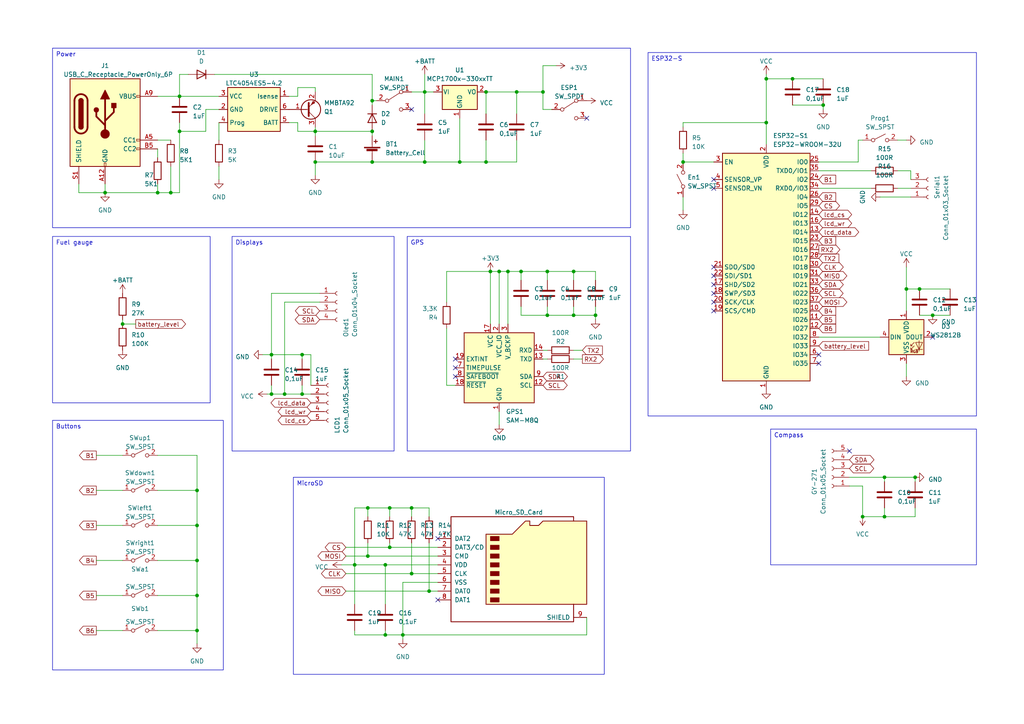
<source format=kicad_sch>
(kicad_sch (version 20230121) (generator eeschema)
  (paper "A4")
  (title_block (title "Esp32_gps_compass") (date "2023-06-05") (rev "v0.1") (company "Davide Barchetta"))
  (lib_symbols
    (symbol "Connector:Conn_01x03_Socket" (pin_names (offset 1.016) hide)
      (property "Reference" "J" (at 0 5.08 0))
      (property "Value" "Conn_01x03_Socket" (at 0 -5.08 0))
      (symbol "Conn_01x03_Socket_1_1"
        (pin passive line (at -5.08 2.54 0) (length 3.81) (name "Pin_1") (number "1"))
        (pin passive line (at -5.08 0 0) (length 3.81) (name "Pin_2") (number "2"))
        (pin passive line (at -5.08 -2.54 0) (length 3.81) (name "Pin_3") (number "3"))
      )
    )
    (symbol "Connector:Conn_01x04_Socket" (pin_names (offset 1.016) hide)
      (property "Reference" "J" (at 0 5.08 0))
      (property "Value" "Conn_01x04_Socket" (at 0 -7.62 0))
      (symbol "Conn_01x04_Socket_1_1"
        (pin passive line (at -5.08 2.54 0) (length 3.81) (name "Pin_1") (number "1"))
        (pin passive line (at -5.08 0 0) (length 3.81) (name "Pin_2") (number "2"))
        (pin passive line (at -5.08 -2.54 0) (length 3.81) (name "Pin_3") (number "3"))
        (pin passive line (at -5.08 -5.08 0) (length 3.81) (name "Pin_4") (number "4"))
      )
    )
    (symbol "Connector:Conn_01x05_Socket" (pin_names (offset 1.016) hide)
      (property "Reference" "J" (at 0 7.62 0))
      (property "Value" "Conn_01x05_Socket" (at 0 -7.62 0))
      (symbol "Conn_01x05_Socket_1_1"
        (pin passive line (at -5.08 5.08 0) (length 3.81) (name "Pin_1") (number "1"))
        (pin passive line (at -5.08 2.54 0) (length 3.81) (name "Pin_2") (number "2"))
        (pin passive line (at -5.08 0 0) (length 3.81) (name "Pin_3") (number "3"))
        (pin passive line (at -5.08 -2.54 0) (length 3.81) (name "Pin_4") (number "4"))
        (pin passive line (at -5.08 -5.08 0) (length 3.81) (name "Pin_5") (number "5"))
      )
    )
    (symbol "Connector:Micro_SD_Card" (pin_names (offset 1.016))
      (property "Reference" "J" (at -16.51 15.24 0))
      (property "Value" "Micro_SD_Card" (at 16.51 15.24 0))
      (symbol "Micro_SD_Card_1_1"
        (pin bidirectional line (at -22.86 7.62 0) (length 3.81) (name "DAT2") (number "1"))
        (pin bidirectional line (at -22.86 5.08 0) (length 3.81) (name "DAT3/CD") (number "2"))
        (pin input line (at -22.86 2.54 0) (length 3.81) (name "CMD") (number "3"))
        (pin power_in line (at -22.86 0 0) (length 3.81) (name "VDD") (number "4"))
        (pin input line (at -22.86 -2.54 0) (length 3.81) (name "CLK") (number "5"))
        (pin power_in line (at -22.86 -5.08 0) (length 3.81) (name "VSS") (number "6"))
        (pin bidirectional line (at -22.86 -7.62 0) (length 3.81) (name "DAT0") (number "7"))
        (pin bidirectional line (at -22.86 -10.16 0) (length 3.81) (name "DAT1") (number "8"))
        (pin passive line (at 20.32 -15.24 180) (length 3.81) (name "SHIELD") (number "9"))
      )
    )
    (symbol "Connector:USB_C_Receptacle_PowerOnly_6P" (pin_names (offset 1.016))
      (property "Reference" "J" (at 0 16.51 0))
      (property "Value" "USB_C_Receptacle_PowerOnly_6P" (at 0 13.97 0))
      (symbol "USB_C_Receptacle_PowerOnly_6P_1_1"
        (pin passive line (at 0 -17.78 90) (length 5.08) (name "GND") (number "A12"))
        (pin bidirectional line (at 15.24 -5.08 180) (length 5.08) (name "CC1") (number "A5"))
        (pin passive line (at 15.24 7.62 180) (length 5.08) (name "VBUS") (number "A9"))
        (pin passive line (at 0 -17.78 90) (length 5.08) hide (name "GND") (number "B12"))
        (pin bidirectional line (at 15.24 -7.62 180) (length 5.08) (name "CC2") (number "B5"))
        (pin passive line (at 15.24 7.62 180) (length 5.08) hide (name "VBUS") (number "B9"))
        (pin passive line (at -7.62 -17.78 90) (length 5.08) (name "SHIELD") (number "S1"))
      )
    )
    (symbol "Device:Battery_Cell" (pin_numbers hide) (pin_names (offset 0) hide)
      (property "Reference" "BT" (at 2.54 2.54 0))
      (property "Value" "Battery_Cell" (at 2.54 0 0))
      (symbol "Battery_Cell_1_1"
        (pin passive line (at 0 5.08 270) (length 2.54) (name "+") (number "1"))
        (pin passive line (at 0 -2.54 90) (length 2.54) (name "-") (number "2"))
      )
    )
    (symbol "Device:C" (pin_numbers hide) (pin_names (offset 0.254))
      (property "Reference" "C" (at 0.635 2.54 0))
      (property "Value" "C" (at 0.635 -2.54 0))
      (symbol "C_1_1"
        (pin passive line (at 0 3.81 270) (length 2.794) (name "~") (number "1"))
        (pin passive line (at 0 -3.81 90) (length 2.794) (name "~") (number "2"))
      )
    )
    (symbol "Device:D" (pin_numbers hide) (pin_names (offset 1.016) hide)
      (property "Reference" "D" (at 0 2.54 0))
      (property "Value" "D" (at 0 -2.54 0))
      (symbol "D_1_1"
        (pin passive line (at -3.81 0 0) (length 2.54) (name "K") (number "1"))
        (pin passive line (at 3.81 0 180) (length 2.54) (name "A") (number "2"))
      )
    )
    (symbol "Device:R" (pin_numbers hide) (pin_names (offset 0))
      (property "Reference" "R" (at 2.032 0 90))
      (property "Value" "R" (at 0 0 90))
      (symbol "R_1_1"
        (pin passive line (at 0 3.81 270) (length 1.27) (name "~") (number "1"))
        (pin passive line (at 0 -3.81 90) (length 1.27) (name "~") (number "2"))
      )
    )
    (symbol "LED:WS2812B" (pin_names (offset 0.254))
      (property "Reference" "D" (at 5.08 5.715 0))
      (property "Value" "WS2812B" (at 1.27 -5.715 0))
      (symbol "WS2812B_0_0"
        (text "RGB" (at 2.286 -4.191 0) (effects (font (size 0.762 0.762))))
      )
      (symbol "WS2812B_1_1"
        (pin power_in line (at 0 7.62 270) (length 2.54) (name "VDD") (number "1"))
        (pin output line (at 7.62 0 180) (length 2.54) (name "DOUT") (number "2"))
        (pin power_in line (at 0 -7.62 90) (length 2.54) (name "VSS") (number "3"))
        (pin input line (at -7.62 0 0) (length 2.54) (name "DIN") (number "4"))
      )
    )
    (symbol "RF_GPS:SAM-M8Q"
      (property "Reference" "U" (at -8.89 11.43 0))
      (property "Value" "SAM-M8Q" (at 8.89 11.43 0))
      (symbol "SAM-M8Q_1_1"
        (pin power_in line (at 0 -12.7 90) (length 2.54) (name "GND") (number "1"))
        (pin passive line (at 0 -12.7 90) (length 2.54) hide (name "GND") (number "10"))
        (pin passive line (at 0 -12.7 90) (length 2.54) hide (name "GND") (number "11"))
        (pin input line (at 12.7 -5.08 180) (length 2.54) (name "SCL") (number "12"))
        (pin output line (at 12.7 2.54 180) (length 2.54) (name "TXD") (number "13"))
        (pin input line (at 12.7 5.08 180) (length 2.54) (name "RXD") (number "14"))
        (pin passive line (at 0 -12.7 90) (length 2.54) hide (name "GND") (number "15"))
        (pin passive line (at 0 -12.7 90) (length 2.54) hide (name "GND") (number "16"))
        (pin power_in line (at -2.54 12.7 270) (length 2.54) (name "VCC") (number "17"))
        (pin input line (at -12.7 -5.08 0) (length 2.54) (name "~{RESET}") (number "18"))
        (pin input line (at -12.7 2.54 0) (length 2.54) (name "EXTINT") (number "19"))
        (pin power_in line (at 0 12.7 270) (length 2.54) (name "VCC_IO") (number "2"))
        (pin passive line (at 0 -12.7 90) (length 2.54) hide (name "GND") (number "20"))
        (pin power_in line (at 2.54 12.7 270) (length 2.54) (name "V_BCKP") (number "3"))
        (pin passive line (at 0 -12.7 90) (length 2.54) hide (name "GND") (number "4"))
        (pin passive line (at 0 -12.7 90) (length 2.54) hide (name "GND") (number "5"))
        (pin passive line (at 0 -12.7 90) (length 2.54) hide (name "GND") (number "6"))
        (pin output line (at -12.7 0 0) (length 2.54) (name "TIMEPULSE") (number "7"))
        (pin input line (at -12.7 -2.54 0) (length 2.54) (name "~{SAFEBOOT}") (number "8"))
        (pin bidirectional line (at 12.7 -2.54 180) (length 2.54) (name "SDA") (number "9"))
      )
    )
    (symbol "RF_Module:ESP32-WROOM-32U"
      (property "Reference" "U" (at -12.7 34.29 0))
      (property "Value" "ESP32-WROOM-32U" (at 1.27 34.29 0))
      (symbol "ESP32-WROOM-32U_1_1"
        (pin power_in line (at 0 -35.56 90) (length 2.54) (name "GND") (number "1"))
        (pin bidirectional line (at 15.24 -12.7 180) (length 2.54) (name "IO25") (number "10"))
        (pin bidirectional line (at 15.24 -15.24 180) (length 2.54) (name "IO26") (number "11"))
        (pin bidirectional line (at 15.24 -17.78 180) (length 2.54) (name "IO27") (number "12"))
        (pin bidirectional line (at 15.24 10.16 180) (length 2.54) (name "IO14") (number "13"))
        (pin bidirectional line (at 15.24 15.24 180) (length 2.54) (name "IO12") (number "14"))
        (pin passive line (at 0 -35.56 90) (length 2.54) hide (name "GND") (number "15"))
        (pin bidirectional line (at 15.24 12.7 180) (length 2.54) (name "IO13") (number "16"))
        (pin bidirectional line (at -15.24 -5.08 0) (length 2.54) (name "SHD/SD2") (number "17"))
        (pin bidirectional line (at -15.24 -7.62 0) (length 2.54) (name "SWP/SD3") (number "18"))
        (pin bidirectional line (at -15.24 -12.7 0) (length 2.54) (name "SCS/CMD") (number "19"))
        (pin power_in line (at 0 35.56 270) (length 2.54) (name "VDD") (number "2"))
        (pin bidirectional line (at -15.24 -10.16 0) (length 2.54) (name "SCK/CLK") (number "20"))
        (pin bidirectional line (at -15.24 0 0) (length 2.54) (name "SDO/SD0") (number "21"))
        (pin bidirectional line (at -15.24 -2.54 0) (length 2.54) (name "SDI/SD1") (number "22"))
        (pin bidirectional line (at 15.24 7.62 180) (length 2.54) (name "IO15") (number "23"))
        (pin bidirectional line (at 15.24 25.4 180) (length 2.54) (name "IO2") (number "24"))
        (pin bidirectional line (at 15.24 30.48 180) (length 2.54) (name "IO0") (number "25"))
        (pin bidirectional line (at 15.24 20.32 180) (length 2.54) (name "IO4") (number "26"))
        (pin bidirectional line (at 15.24 5.08 180) (length 2.54) (name "IO16") (number "27"))
        (pin bidirectional line (at 15.24 2.54 180) (length 2.54) (name "IO17") (number "28"))
        (pin bidirectional line (at 15.24 17.78 180) (length 2.54) (name "IO5") (number "29"))
        (pin input line (at -15.24 30.48 0) (length 2.54) (name "EN") (number "3"))
        (pin bidirectional line (at 15.24 0 180) (length 2.54) (name "IO18") (number "30"))
        (pin bidirectional line (at 15.24 -2.54 180) (length 2.54) (name "IO19") (number "31"))
        (pin no_connect line (at -12.7 -27.94 0) (length 2.54) hide (name "NC") (number "32"))
        (pin bidirectional line (at 15.24 -5.08 180) (length 2.54) (name "IO21") (number "33"))
        (pin bidirectional line (at 15.24 22.86 180) (length 2.54) (name "RXD0/IO3") (number "34"))
        (pin bidirectional line (at 15.24 27.94 180) (length 2.54) (name "TXD0/IO1") (number "35"))
        (pin bidirectional line (at 15.24 -7.62 180) (length 2.54) (name "IO22") (number "36"))
        (pin bidirectional line (at 15.24 -10.16 180) (length 2.54) (name "IO23") (number "37"))
        (pin passive line (at 0 -35.56 90) (length 2.54) hide (name "GND") (number "38"))
        (pin passive line (at 0 -35.56 90) (length 2.54) hide (name "GND") (number "39"))
        (pin input line (at -15.24 25.4 0) (length 2.54) (name "SENSOR_VP") (number "4"))
        (pin input line (at -15.24 22.86 0) (length 2.54) (name "SENSOR_VN") (number "5"))
        (pin input line (at 15.24 -25.4 180) (length 2.54) (name "IO34") (number "6"))
        (pin input line (at 15.24 -27.94 180) (length 2.54) (name "IO35") (number "7"))
        (pin bidirectional line (at 15.24 -20.32 180) (length 2.54) (name "IO32") (number "8"))
        (pin bidirectional line (at 15.24 -22.86 180) (length 2.54) (name "IO33") (number "9"))
      )
    )
    (symbol "Regulator_Linear:MCP1700x-330xxTT" (pin_names (offset 0.254))
      (property "Reference" "U" (at -3.81 3.175 0))
      (property "Value" "MCP1700x-330xxTT" (at 0 3.175 0))
      (symbol "MCP1700x-330xxTT_1_1"
        (pin power_in line (at 0 -7.62 90) (length 2.54) (name "GND") (number "1"))
        (pin power_out line (at 7.62 0 180) (length 2.54) (name "VO") (number "2"))
        (pin power_in line (at -7.62 0 0) (length 2.54) (name "VI") (number "3"))
      )
    )
    (symbol "Switch:SW_SPDT" (pin_names (offset 0) hide)
      (property "Reference" "SW" (at 0 4.318 0))
      (property "Value" "SW_SPDT" (at 0 -5.08 0))
      (symbol "SW_SPDT_1_1"
        (pin passive line (at 5.08 2.54 180) (length 2.54) (name "A") (number "1"))
        (pin passive line (at -5.08 0 0) (length 2.54) (name "B") (number "2"))
        (pin passive line (at 5.08 -2.54 180) (length 2.54) (name "C") (number "3"))
      )
    )
    (symbol "Switch:SW_SPST" (pin_names (offset 0) hide)
      (property "Reference" "SW" (at 0 3.175 0))
      (property "Value" "SW_SPST" (at 0 -2.54 0))
      (symbol "SW_SPST_1_1"
        (pin passive line (at -5.08 0 0) (length 2.54) (name "A") (number "1"))
        (pin passive line (at 5.08 0 180) (length 2.54) (name "B") (number "2"))
      )
    )
    (symbol "Transistor_BJT:MMBTA92" (pin_names (offset 0) hide)
      (property "Reference" "Q" (at 5.08 1.905 0))
      (property "Value" "MMBTA92" (at 5.08 0 0))
      (symbol "MMBTA92_1_1"
        (pin input line (at -5.08 0 0) (length 5.08) (name "B") (number "1"))
        (pin passive line (at 2.54 -5.08 90) (length 2.54) (name "E") (number "2"))
        (pin passive line (at 2.54 5.08 270) (length 2.54) (name "C") (number "3"))
      )
    )
    (symbol "mia_libreria:LTC1734ES6-4.2"
      (property "Reference" "U" (at -5.842 6.604 0))
      (property "Value" "LTC4054ES5-4.2" (at -3.81 6.35 0))
      (symbol "LTC1734ES6-4.2_1_1"
        (pin output line (at 10.16 2.54 180) (length 2.54) (name "Isense") (number "1"))
        (pin power_in line (at -10.16 -1.27 0) (length 2.54) (name "GND") (number "2"))
        (pin power_in line (at -10.16 2.54 0) (length 2.54) (name "VCC") (number "3"))
        (pin bidirectional line (at -10.16 -5.08 0) (length 2.54) (name "Prog") (number "4"))
        (pin power_out line (at 10.16 -5.08 180) (length 2.54) (name "BATT") (number "5"))
        (pin output line (at 10.16 -1.27 180) (length 2.54) (name "DRIVE") (number "6"))
      )
    )
    (symbol "power:+3V3" (power) (pin_names (offset 0))
      (property "Value" "+3V3" (at 0 3.556 0))
      (symbol "+3V3_1_1"
        (pin power_in line (at 0 0 90) (length 0) hide (name "+3V3") (number "1"))
      )
    )
    (symbol "power:+BATT" (power) (pin_names (offset 0))
      (property "Value" "+BATT" (at 0 3.556 0))
      (symbol "+BATT_1_1"
        (pin power_in line (at 0 0 90) (length 0) hide (name "+BATT") (number "1"))
      )
    )
    (symbol "power:GND" (power) (pin_names (offset 0))
      (property "Value" "GND" (at 0 -3.81 0))
      (symbol "GND_1_1"
        (pin power_in line (at 0 0 270) (length 0) hide (name "GND") (number "1"))
      )
    )
    (symbol "power:VCC" (power) (pin_names (offset 0))
      (property "Value" "VCC" (at 0 3.81 0))
      (symbol "VCC_1_1"
        (pin power_in line (at 0 0 90) (length 0) hide (name "VCC") (number "1"))
      )
    )
  )
  (junction (at 57.15 162.56))
  (junction (at 57.15 152.4))
  (junction (at 265.43 138.43))
  (junction (at 116.84 184.15))
  (junction (at 262.89 83.82))
  (junction (at 113.03 158.75))
  (junction (at 107.95 46.99))
  (junction (at 151.13 78.74))
  (junction (at 266.7 83.82))
  (junction (at 140.97 26.67))
  (junction (at 78.74 102.87))
  (junction (at 172.72 91.44))
  (junction (at 158.75 78.74))
  (junction (at 123.19 46.99))
  (junction (at 158.75 91.44))
  (junction (at 222.25 35.56))
  (junction (at 57.15 182.88))
  (junction (at 57.15 142.24))
  (junction (at 270.51 91.44))
  (junction (at 107.95 29.21))
  (junction (at 106.68 161.29))
  (junction (at 111.76 184.15))
  (junction (at 91.44 46.99))
  (junction (at 133.35 46.99))
  (junction (at 91.44 38.1))
  (junction (at 147.32 78.74))
  (junction (at 140.97 46.99))
  (junction (at 149.86 26.67))
  (junction (at 250.19 149.86))
  (junction (at 113.03 147.32))
  (junction (at 144.78 78.74))
  (junction (at 49.53 55.88))
  (junction (at 35.56 93.98))
  (junction (at 157.48 26.67))
  (junction (at 52.07 38.1))
  (junction (at 107.95 38.1))
  (junction (at 124.46 171.45))
  (junction (at 78.74 114.3))
  (junction (at 119.38 166.37))
  (junction (at 198.12 46.99))
  (junction (at 238.76 30.48))
  (junction (at 57.15 172.72))
  (junction (at 30.48 55.88))
  (junction (at 111.76 163.83))
  (junction (at 166.37 91.44))
  (junction (at 87.63 114.3))
  (junction (at 229.87 22.86))
  (junction (at 52.07 27.94))
  (junction (at 102.87 163.83))
  (junction (at 142.24 78.74))
  (junction (at 87.63 102.87))
  (junction (at 166.37 78.74))
  (junction (at 106.68 147.32))
  (junction (at 45.72 55.88))
  (junction (at 119.38 147.32))
  (junction (at 82.55 114.3))
  (junction (at 256.54 149.86))
  (junction (at 123.19 26.67))
  (junction (at 256.54 138.43))
  (junction (at 222.25 22.86))
  (no_connect (at 207.01 52.07))
  (no_connect (at 127 173.99))
  (no_connect (at 207.01 82.55))
  (no_connect (at 132.08 106.68))
  (no_connect (at 132.08 109.22))
  (no_connect (at 132.08 104.14))
  (no_connect (at 207.01 77.47))
  (no_connect (at 237.49 102.87))
  (no_connect (at 237.49 105.41))
  (no_connect (at 270.51 97.79))
  (no_connect (at 207.01 87.63))
  (no_connect (at 170.18 34.29))
  (no_connect (at 207.01 54.61))
  (no_connect (at 246.38 130.81))
  (no_connect (at 207.01 80.01))
  (no_connect (at 207.01 90.17))
  (no_connect (at 207.01 85.09))
  (no_connect (at 119.38 31.75))
  (no_connect (at 127 156.21))
  (wire (pts (xy 270.51 91.44) (xy 275.59 91.44)))
  (wire (pts (xy 27.94 152.4) (xy 35.56 152.4)))
  (wire (pts (xy 140.97 26.67) (xy 149.86 26.67)))
  (wire (pts (xy 198.12 57.15) (xy 198.12 60.96)))
  (wire (pts (xy 198.12 35.56) (xy 222.25 35.56)))
  (wire (pts (xy 63.5 31.75) (xy 59.69 31.75)))
  (wire (pts (xy 144.78 78.74) (xy 144.78 93.98)))
  (wire (pts (xy 142.24 78.74) (xy 142.24 93.98)))
  (wire (pts (xy 262.89 77.47) (xy 262.89 83.82)))
  (wire (pts (xy 133.35 34.29) (xy 133.35 46.99)))
  (wire (pts (xy 129.54 87.63) (xy 129.54 78.74)))
  (wire (pts (xy 140.97 40.64) (xy 140.97 46.99)))
  (wire (pts (xy 166.37 88.9) (xy 166.37 91.44)))
  (wire (pts (xy 237.49 54.61) (xy 252.73 54.61)))
  (wire (pts (xy 91.44 46.99) (xy 91.44 50.8)))
  (wire (pts (xy 107.95 46.99) (xy 123.19 46.99)))
  (wire (pts (xy 27.94 162.56) (xy 35.56 162.56)))
  (wire (pts (xy 111.76 184.15) (xy 116.84 184.15)))
  (wire (pts (xy 99.06 163.83) (xy 102.87 163.83)))
  (wire (pts (xy 198.12 35.56) (xy 198.12 36.83)))
  (wire (pts (xy 87.63 114.3) (xy 90.17 114.3)))
  (wire (pts (xy 107.95 39.37) (xy 107.95 38.1)))
  (wire (pts (xy 106.68 161.29) (xy 127 161.29)))
  (wire (pts (xy 57.15 172.72) (xy 57.15 182.88)))
  (wire (pts (xy 119.38 157.48) (xy 119.38 166.37)))
  (wire (pts (xy 172.72 88.9) (xy 172.72 91.44)))
  (wire (pts (xy 27.94 132.08) (xy 35.56 132.08)))
  (wire (pts (xy 91.44 46.99) (xy 107.95 46.99)))
  (wire (pts (xy 123.19 26.67) (xy 123.19 33.02)))
  (wire (pts (xy 237.49 97.79) (xy 255.27 97.79)))
  (wire (pts (xy 140.97 46.99) (xy 149.86 46.99)))
  (wire (pts (xy 87.63 111.76) (xy 87.63 114.3)))
  (wire (pts (xy 52.07 21.59) (xy 52.07 27.94)))
  (wire (pts (xy 265.43 138.43) (xy 265.43 139.7)))
  (wire (pts (xy 124.46 149.86) (xy 124.46 147.32)))
  (wire (pts (xy 147.32 93.98) (xy 147.32 78.74)))
  (wire (pts (xy 123.19 40.64) (xy 123.19 46.99)))
  (wire (pts (xy 262.89 83.82) (xy 266.7 83.82)))
  (wire (pts (xy 222.25 22.86) (xy 222.25 35.56)))
  (wire (pts (xy 62.23 21.59) (xy 107.95 21.59)))
  (wire (pts (xy 172.72 91.44) (xy 172.72 92.71)))
  (wire (pts (xy 102.87 147.32) (xy 102.87 163.83)))
  (wire (pts (xy 124.46 147.32) (xy 119.38 147.32)))
  (wire (pts (xy 100.33 171.45) (xy 124.46 171.45)))
  (wire (pts (xy 86.36 38.1) (xy 91.44 38.1)))
  (wire (pts (xy 246.38 140.97) (xy 250.19 140.97)))
  (wire (pts (xy 129.54 111.76) (xy 129.54 95.25)))
  (wire (pts (xy 158.75 81.28) (xy 158.75 78.74)))
  (wire (pts (xy 248.92 40.64) (xy 248.92 46.99)))
  (wire (pts (xy 151.13 78.74) (xy 147.32 78.74)))
  (wire (pts (xy 147.32 78.74) (xy 144.78 78.74)))
  (wire (pts (xy 22.86 53.34) (xy 22.86 55.88)))
  (wire (pts (xy 149.86 26.67) (xy 149.86 33.02)))
  (wire (pts (xy 198.12 46.99) (xy 207.01 46.99)))
  (wire (pts (xy 149.86 40.64) (xy 149.86 46.99)))
  (wire (pts (xy 57.15 152.4) (xy 57.15 162.56)))
  (wire (pts (xy 250.19 140.97) (xy 250.19 149.86)))
  (wire (pts (xy 170.18 184.15) (xy 116.84 184.15)))
  (wire (pts (xy 158.75 78.74) (xy 151.13 78.74)))
  (wire (pts (xy 266.7 91.44) (xy 270.51 91.44)))
  (wire (pts (xy 45.72 132.08) (xy 57.15 132.08)))
  (wire (pts (xy 27.94 182.88) (xy 35.56 182.88)))
  (wire (pts (xy 78.74 104.14) (xy 78.74 102.87)))
  (wire (pts (xy 78.74 102.87) (xy 87.63 102.87)))
  (wire (pts (xy 27.94 172.72) (xy 35.56 172.72)))
  (wire (pts (xy 57.15 162.56) (xy 57.15 172.72)))
  (wire (pts (xy 102.87 163.83) (xy 102.87 175.26)))
  (wire (pts (xy 102.87 184.15) (xy 111.76 184.15)))
  (wire (pts (xy 102.87 163.83) (xy 111.76 163.83)))
  (wire (pts (xy 260.35 49.53) (xy 264.16 49.53)))
  (wire (pts (xy 52.07 38.1) (xy 52.07 55.88)))
  (wire (pts (xy 133.35 46.99) (xy 140.97 46.99)))
  (wire (pts (xy 100.33 158.75) (xy 113.03 158.75)))
  (wire (pts (xy 129.54 78.74) (xy 142.24 78.74)))
  (wire (pts (xy 45.72 162.56) (xy 57.15 162.56)))
  (wire (pts (xy 158.75 104.14) (xy 157.48 104.14)))
  (wire (pts (xy 45.72 182.88) (xy 57.15 182.88)))
  (wire (pts (xy 116.84 185.42) (xy 116.84 184.15)))
  (wire (pts (xy 151.13 91.44) (xy 158.75 91.44)))
  (wire (pts (xy 57.15 132.08) (xy 57.15 142.24)))
  (wire (pts (xy 166.37 78.74) (xy 158.75 78.74)))
  (wire (pts (xy 100.33 166.37) (xy 119.38 166.37)))
  (wire (pts (xy 83.82 35.56) (xy 86.36 35.56)))
  (wire (pts (xy 127 168.91) (xy 116.84 168.91)))
  (wire (pts (xy 86.36 35.56) (xy 86.36 38.1)))
  (wire (pts (xy 78.74 85.09) (xy 78.74 102.87)))
  (wire (pts (xy 260.35 54.61) (xy 264.16 54.61)))
  (wire (pts (xy 91.44 38.1) (xy 107.95 38.1)))
  (wire (pts (xy 45.72 53.34) (xy 45.72 55.88)))
  (wire (pts (xy 168.91 101.6) (xy 166.37 101.6)))
  (wire (pts (xy 172.72 81.28) (xy 172.72 78.74)))
  (wire (pts (xy 27.94 142.24) (xy 35.56 142.24)))
  (wire (pts (xy 102.87 182.88) (xy 102.87 184.15)))
  (wire (pts (xy 78.74 114.3) (xy 82.55 114.3)))
  (wire (pts (xy 76.2 102.87) (xy 78.74 102.87)))
  (wire (pts (xy 140.97 26.67) (xy 140.97 33.02)))
  (wire (pts (xy 111.76 163.83) (xy 111.76 175.26)))
  (wire (pts (xy 86.36 25.4) (xy 91.44 25.4)))
  (wire (pts (xy 160.02 31.75) (xy 157.48 31.75)))
  (wire (pts (xy 106.68 149.86) (xy 106.68 147.32)))
  (wire (pts (xy 266.7 83.82) (xy 275.59 83.82)))
  (wire (pts (xy 158.75 91.44) (xy 166.37 91.44)))
  (wire (pts (xy 82.55 114.3) (xy 87.63 114.3)))
  (wire (pts (xy 262.89 105.41) (xy 262.89 109.22)))
  (wire (pts (xy 45.72 172.72) (xy 57.15 172.72)))
  (wire (pts (xy 113.03 147.32) (xy 106.68 147.32)))
  (wire (pts (xy 256.54 147.32) (xy 256.54 149.86)))
  (wire (pts (xy 172.72 78.74) (xy 166.37 78.74)))
  (wire (pts (xy 119.38 26.67) (xy 123.19 26.67)))
  (wire (pts (xy 52.07 27.94) (xy 63.5 27.94)))
  (wire (pts (xy 113.03 149.86) (xy 113.03 147.32)))
  (wire (pts (xy 116.84 168.91) (xy 116.84 184.15)))
  (wire (pts (xy 91.44 39.37) (xy 91.44 38.1)))
  (wire (pts (xy 59.69 31.75) (xy 59.69 38.1)))
  (wire (pts (xy 86.36 27.94) (xy 86.36 25.4)))
  (wire (pts (xy 264.16 57.15) (xy 255.27 57.15)))
  (wire (pts (xy 45.72 152.4) (xy 57.15 152.4)))
  (wire (pts (xy 45.72 142.24) (xy 57.15 142.24)))
  (wire (pts (xy 63.5 48.26) (xy 63.5 52.07)))
  (wire (pts (xy 35.56 93.98) (xy 39.37 93.98)))
  (wire (pts (xy 82.55 87.63) (xy 82.55 114.3)))
  (wire (pts (xy 151.13 88.9) (xy 151.13 91.44)))
  (wire (pts (xy 168.91 104.14) (xy 166.37 104.14)))
  (wire (pts (xy 144.78 123.19) (xy 144.78 119.38)))
  (wire (pts (xy 91.44 25.4) (xy 91.44 26.67)))
  (wire (pts (xy 124.46 157.48) (xy 124.46 171.45)))
  (wire (pts (xy 107.95 29.21) (xy 107.95 30.48)))
  (wire (pts (xy 78.74 111.76) (xy 78.74 114.3)))
  (wire (pts (xy 238.76 31.75) (xy 238.76 30.48)))
  (wire (pts (xy 222.25 21.59) (xy 222.25 22.86)))
  (wire (pts (xy 113.03 157.48) (xy 113.03 158.75)))
  (wire (pts (xy 124.46 171.45) (xy 127 171.45)))
  (wire (pts (xy 35.56 92.71) (xy 35.56 93.98)))
  (wire (pts (xy 158.75 88.9) (xy 158.75 91.44)))
  (wire (pts (xy 87.63 102.87) (xy 90.17 102.87)))
  (wire (pts (xy 57.15 142.24) (xy 57.15 152.4)))
  (wire (pts (xy 248.92 46.99) (xy 237.49 46.99)))
  (wire (pts (xy 52.07 38.1) (xy 52.07 35.56)))
  (wire (pts (xy 170.18 179.07) (xy 170.18 184.15)))
  (wire (pts (xy 123.19 46.99) (xy 133.35 46.99)))
  (wire (pts (xy 49.53 48.26) (xy 49.53 55.88)))
  (wire (pts (xy 248.92 40.64) (xy 250.19 40.64)))
  (wire (pts (xy 87.63 104.14) (xy 87.63 102.87)))
  (wire (pts (xy 119.38 147.32) (xy 113.03 147.32)))
  (wire (pts (xy 106.68 147.32) (xy 102.87 147.32)))
  (wire (pts (xy 256.54 149.86) (xy 265.43 149.86)))
  (wire (pts (xy 166.37 91.44) (xy 172.72 91.44)))
  (wire (pts (xy 100.33 161.29) (xy 106.68 161.29)))
  (wire (pts (xy 256.54 138.43) (xy 256.54 139.7)))
  (wire (pts (xy 111.76 182.88) (xy 111.76 184.15)))
  (wire (pts (xy 262.89 83.82) (xy 262.89 90.17)))
  (wire (pts (xy 123.19 26.67) (xy 125.73 26.67)))
  (wire (pts (xy 157.48 26.67) (xy 149.86 26.67)))
  (wire (pts (xy 45.72 55.88) (xy 30.48 55.88)))
  (wire (pts (xy 113.03 158.75) (xy 127 158.75)))
  (wire (pts (xy 77.47 114.3) (xy 78.74 114.3)))
  (wire (pts (xy 166.37 81.28) (xy 166.37 78.74)))
  (wire (pts (xy 45.72 40.64) (xy 49.53 40.64)))
  (wire (pts (xy 222.25 22.86) (xy 229.87 22.86)))
  (wire (pts (xy 144.78 78.74) (xy 142.24 78.74)))
  (wire (pts (xy 229.87 30.48) (xy 238.76 30.48)))
  (wire (pts (xy 83.82 27.94) (xy 86.36 27.94)))
  (wire (pts (xy 57.15 182.88) (xy 57.15 186.69)))
  (wire (pts (xy 237.49 49.53) (xy 252.73 49.53)))
  (wire (pts (xy 158.75 101.6) (xy 157.48 101.6)))
  (wire (pts (xy 260.35 40.64) (xy 262.89 40.64)))
  (wire (pts (xy 198.12 44.45) (xy 198.12 46.99)))
  (wire (pts (xy 132.08 111.76) (xy 129.54 111.76)))
  (wire (pts (xy 161.29 19.05) (xy 157.48 19.05)))
  (wire (pts (xy 246.38 138.43) (xy 256.54 138.43)))
  (wire (pts (xy 92.71 87.63) (xy 82.55 87.63)))
  (wire (pts (xy 49.53 55.88) (xy 45.72 55.88)))
  (wire (pts (xy 22.86 55.88) (xy 30.48 55.88)))
  (wire (pts (xy 119.38 149.86) (xy 119.38 147.32)))
  (wire (pts (xy 111.76 163.83) (xy 127 163.83)))
  (wire (pts (xy 54.61 21.59) (xy 52.07 21.59)))
  (wire (pts (xy 151.13 81.28) (xy 151.13 78.74)))
  (wire (pts (xy 52.07 55.88) (xy 49.53 55.88)))
  (wire (pts (xy 157.48 31.75) (xy 157.48 26.67)))
  (wire (pts (xy 63.5 35.56) (xy 63.5 40.64)))
  (wire (pts (xy 91.44 38.1) (xy 91.44 36.83)))
  (wire (pts (xy 119.38 166.37) (xy 127 166.37)))
  (wire (pts (xy 92.71 85.09) (xy 78.74 85.09)))
  (wire (pts (xy 59.69 38.1) (xy 52.07 38.1)))
  (wire (pts (xy 229.87 22.86) (xy 238.76 22.86)))
  (wire (pts (xy 30.48 53.34) (xy 30.48 55.88)))
  (wire (pts (xy 106.68 157.48) (xy 106.68 161.29)))
  (wire (pts (xy 256.54 138.43) (xy 265.43 138.43)))
  (wire (pts (xy 157.48 19.05) (xy 157.48 26.67)))
  (wire (pts (xy 222.25 35.56) (xy 222.25 41.91)))
  (wire (pts (xy 264.16 49.53) (xy 264.16 52.07)))
  (wire (pts (xy 265.43 149.86) (xy 265.43 147.32)))
  (wire (pts (xy 90.17 102.87) (xy 90.17 111.76)))
  (wire (pts (xy 123.19 21.59) (xy 123.19 26.67)))
  (wire (pts (xy 250.19 149.86) (xy 256.54 149.86)))
  (wire (pts (xy 45.72 43.18) (xy 45.72 45.72)))
  (wire (pts (xy 45.72 27.94) (xy 52.07 27.94)))
  (wire (pts (xy 109.22 29.21) (xy 107.95 29.21)))
  (wire (pts (xy 107.95 21.59) (xy 107.95 29.21)))
  (text_box "Displays" (at 67.31 68.58 0) (size 46.99 62.23) (effects (font (size 1.27 1.27)) (justify left top)))
  (text_box "Power" (at 15.24 13.97 0) (size 167.64 52.07) (effects (font (size 1.27 1.27)) (justify left top)))
  (text_box "ESP32-S" (at 187.96 15.24 0) (size 95.25 105.41) (effects (font (size 1.27 1.27)) (justify left top)))
  (text_box "GPS" (at 118.11 68.58 0) (size 64.77 62.23) (effects (font (size 1.27 1.27)) (justify left top)))
  (text_box "Fuel gauge" (at 15.24 68.58 0) (size 45.72 48.26) (effects (font (size 1.27 1.27)) (justify left top)))
  (text_box "Compass" (at 223.52 124.46 0) (size 59.69 39.37) (effects (font (size 1.27 1.27)) (justify left top)))
  (text_box "MicroSD" (at 85.09 138.43 0) (size 90.17 57.15) (effects (font (size 1.27 1.27)) (justify left top)))
  (text_box "Buttons" (at 15.24 121.92 0) (size 49.53 72.39) (effects (font (size 1.27 1.27)) (justify left top)))
  (global_label "MOSI" (shape bidirectional) (at 237.49 87.63 0) (property "Intersheetrefs" "${INTERSHEET_REFS}" (effects hide)))
  (global_label "SCL" (shape bidirectional) (at 92.71 90.17 180) (property "Intersheetrefs" "${INTERSHEET_REFS}" (effects hide)))
  (global_label "lcd_data" (shape bidirectional) (at 90.17 116.84 180) (property "Intersheetrefs" "${INTERSHEET_REFS}" (effects hide)))
  (global_label "B4" (shape output) (at 27.94 162.56 180) (property "Intersheetrefs" "${INTERSHEET_REFS}" (effects hide)))
  (global_label "lcd_wr" (shape bidirectional) (at 237.49 64.77 0) (property "Intersheetrefs" "${INTERSHEET_REFS}" (effects hide)))
  (global_label "SDA" (shape bidirectional) (at 246.38 133.35 0) (property "Intersheetrefs" "${INTERSHEET_REFS}" (effects hide)))
  (global_label "B3" (shape input) (at 237.49 69.85 0) (property "Intersheetrefs" "${INTERSHEET_REFS}" (effects hide)))
  (global_label "B2" (shape input) (at 237.49 57.15 0) (property "Intersheetrefs" "${INTERSHEET_REFS}" (effects hide)))
  (global_label "B3" (shape output) (at 27.94 152.4 180) (property "Intersheetrefs" "${INTERSHEET_REFS}" (effects hide)))
  (global_label "lcd_cs" (shape bidirectional) (at 90.17 121.92 180) (property "Intersheetrefs" "${INTERSHEET_REFS}" (effects hide)))
  (global_label "RX2" (shape output) (at 237.49 72.39 0) (property "Intersheetrefs" "${INTERSHEET_REFS}" (effects hide)))
  (global_label "TX2" (shape input) (at 168.91 101.6 0) (property "Intersheetrefs" "${INTERSHEET_REFS}" (effects hide)))
  (global_label "lcd_cs" (shape bidirectional) (at 237.49 62.23 0) (property "Intersheetrefs" "${INTERSHEET_REFS}" (effects hide)))
  (global_label "B5" (shape input) (at 237.49 92.71 0) (property "Intersheetrefs" "${INTERSHEET_REFS}" (effects hide)))
  (global_label "battery_level" (shape output) (at 39.37 93.98 0) (property "Intersheetrefs" "${INTERSHEET_REFS}" (effects hide)))
  (global_label "MOSI" (shape bidirectional) (at 100.33 161.29 180) (property "Intersheetrefs" "${INTERSHEET_REFS}" (effects hide)))
  (global_label "CS" (shape bidirectional) (at 237.49 59.69 0) (property "Intersheetrefs" "${INTERSHEET_REFS}" (effects hide)))
  (global_label "B1" (shape input) (at 237.49 52.07 0) (property "Intersheetrefs" "${INTERSHEET_REFS}" (effects hide)))
  (global_label "B2" (shape output) (at 27.94 142.24 180) (property "Intersheetrefs" "${INTERSHEET_REFS}" (effects hide)))
  (global_label "RX2" (shape output) (at 168.91 104.14 0) (property "Intersheetrefs" "${INTERSHEET_REFS}" (effects hide)))
  (global_label "MISO" (shape bidirectional) (at 237.49 80.01 0) (property "Intersheetrefs" "${INTERSHEET_REFS}" (effects hide)))
  (global_label "battery_level" (shape input) (at 237.49 100.33 0) (property "Intersheetrefs" "${INTERSHEET_REFS}" (effects hide)))
  (global_label "SDA" (shape bidirectional) (at 157.48 109.22 0) (property "Intersheetrefs" "${INTERSHEET_REFS}" (effects hide)))
  (global_label "SCL" (shape bidirectional) (at 246.38 135.89 0) (property "Intersheetrefs" "${INTERSHEET_REFS}" (effects hide)))
  (global_label "CLK" (shape bidirectional) (at 237.49 77.47 0) (property "Intersheetrefs" "${INTERSHEET_REFS}" (effects hide)))
  (global_label "lcd_wr" (shape bidirectional) (at 90.17 119.38 180) (property "Intersheetrefs" "${INTERSHEET_REFS}" (effects hide)))
  (global_label "B1" (shape output) (at 27.94 132.08 180) (property "Intersheetrefs" "${INTERSHEET_REFS}" (effects hide)))
  (global_label "SDA" (shape bidirectional) (at 92.71 92.71 180) (property "Intersheetrefs" "${INTERSHEET_REFS}" (effects hide)))
  (global_label "lcd_data" (shape bidirectional) (at 237.49 67.31 0) (property "Intersheetrefs" "${INTERSHEET_REFS}" (effects hide)))
  (global_label "SDA" (shape bidirectional) (at 237.49 82.55 0) (property "Intersheetrefs" "${INTERSHEET_REFS}" (effects hide)))
  (global_label "MISO" (shape bidirectional) (at 100.33 171.45 180) (property "Intersheetrefs" "${INTERSHEET_REFS}" (effects hide)))
  (global_label "CS" (shape bidirectional) (at 100.33 158.75 180) (property "Intersheetrefs" "${INTERSHEET_REFS}" (effects hide)))
  (global_label "B6" (shape input) (at 237.49 95.25 0) (property "Intersheetrefs" "${INTERSHEET_REFS}" (effects hide)))
  (global_label "SCL" (shape bidirectional) (at 237.49 85.09 0) (property "Intersheetrefs" "${INTERSHEET_REFS}" (effects hide)))
  (global_label "SCL" (shape bidirectional) (at 157.48 111.76 0) (property "Intersheetrefs" "${INTERSHEET_REFS}" (effects hide)))
  (global_label "B6" (shape output) (at 27.94 182.88 180) (property "Intersheetrefs" "${INTERSHEET_REFS}" (effects hide)))
  (global_label "B4" (shape input) (at 237.49 90.17 0) (property "Intersheetrefs" "${INTERSHEET_REFS}" (effects hide)))
  (global_label "TX2" (shape input) (at 237.49 74.93 0) (property "Intersheetrefs" "${INTERSHEET_REFS}" (effects hide)))
  (global_label "B5" (shape output) (at 27.94 172.72 180) (property "Intersheetrefs" "${INTERSHEET_REFS}" (effects hide)))
  (global_label "CLK" (shape bidirectional) (at 100.33 166.37 180) (property "Intersheetrefs" "${INTERSHEET_REFS}" (effects hide)))
  (symbol (lib_id "Device:R") (at 45.72 49.53 0) (unit 1)
    (property "Reference" "R7" (at 41.91 50.8 0) (effects (justify left)))
    (property "Value" "5K1" (at 41.91 53.34 0) (effects (justify left)))
    (property "Footprint" "Resistor_SMD:R_0603_1608Metric_Pad0.98x0.95mm_HandSolder" (effects hide))
  )
  (symbol (lib_id "Device:C") (at 265.43 143.51 0) (unit 1)
    (property "Reference" "C11" (at 269.24 142.875 0) (effects (justify left)))
    (property "Value" "1uF" (at 269.24 145.415 0) (effects (justify left)))
    (property "Footprint" "Capacitor_SMD:C_0603_1608Metric_Pad1.08x0.95mm_HandSolder" (effects hide))
  )
  (symbol (lib_id "Switch:SW_SPST") (at 40.64 172.72 0) (unit 1)
    (property "Reference" "SWa1" (at 40.64 165.1 0))
    (property "Value" "SW_SPST" (at 40.64 170.18 0))
    (property "Footprint" "Button_Switch_SMD:SW_Push_1P1T_NO_6x6mm_H9.5mm" (effects hide))
  )
  (symbol (lib_id "Device:R") (at 106.68 153.67 0) (unit 1)
    (property "Reference" "R11" (at 109.22 152.4 0) (effects (justify left)))
    (property "Value" "10K" (at 109.22 154.94 0) (effects (justify left)))
    (property "Footprint" "Resistor_SMD:R_0603_1608Metric_Pad0.98x0.95mm_HandSolder" (effects hide))
  )
  (symbol (lib_id "Device:C") (at 123.19 36.83 0) (unit 1)
    (property "Reference" "C5" (at 127 35.56 0) (effects (justify left)))
    (property "Value" "1uF" (at 127 38.1 0) (effects (justify left)))
    (property "Footprint" "Capacitor_SMD:C_0603_1608Metric_Pad1.08x0.95mm_HandSolder" (effects hide))
  )
  (symbol (lib_id "power:GND") (at 262.89 40.64 90) (unit 1)
    (property "Reference" "#PWR03" (effects hide))
    (property "Value" "GND" (at 266.7 41.275 90) (effects (justify right)))
  )
  (symbol (lib_id "Switch:SW_SPST") (at 40.64 162.56 0) (unit 1)
    (property "Reference" "SWright1" (at 40.64 157.48 0))
    (property "Value" "SW_SPST" (at 40.64 160.02 0))
    (property "Footprint" "Button_Switch_SMD:SW_Push_1P1T_NO_6x6mm_H9.5mm" (effects hide))
  )
  (symbol (lib_id "Device:C") (at 87.63 107.95 0) (unit 1)
    (property "Reference" "C15" (at 91.44 107.315 0) (effects (justify left)))
    (property "Value" "1uF" (at 91.44 109.855 0) (effects (justify left)))
    (property "Footprint" "Capacitor_SMD:C_0603_1608Metric_Pad1.08x0.95mm_HandSolder" (effects hide))
  )
  (symbol (lib_id "Connector:USB_C_Receptacle_PowerOnly_6P") (at 30.48 35.56 0) (unit 1)
    (property "Reference" "J1" (at 30.48 19.05 0))
    (property "Value" "USB_C_Receptacle_PowerOnly_6P" (at 34.29 21.59 0))
    (property "Footprint" "Connector_USB:USB_C_Receptacle_GCT_USB4085" (effects hide))
    (property "Datasheet" "https://www.usb.org/sites/default/files/documents/usb_type-c.zip" (effects hide))
  )
  (symbol (lib_id "Transistor_BJT:MMBTA92") (at 88.9 31.75 0) (mirror x) (unit 1)
    (property "Reference" "Q1" (at 93.98 32.385 0) (effects (justify left)))
    (property "Value" "MMBTA92" (at 93.98 29.845 0) (effects (justify left)))
    (property "Footprint" "Package_TO_SOT_SMD:SOT-23" (effects hide))
    (property "Datasheet" "https://www.onsemi.com/pub/Collateral/MMBTA92LT1-D.PDF" (effects hide))
  )
  (symbol (lib_id "Device:R") (at 63.5 44.45 0) (unit 1)
    (property "Reference" "R3" (at 66.04 43.815 0) (effects (justify left)))
    (property "Value" "5K" (at 66.04 46.355 0) (effects (justify left)))
    (property "Footprint" "Resistor_SMD:R_0603_1608Metric_Pad0.98x0.95mm_HandSolder" (effects hide))
  )
  (symbol (lib_id "power:GND") (at 76.2 102.87 270) (unit 1)
    (property "Reference" "#PWR023" (effects hide))
    (property "Value" "GND" (at 72.39 103.505 90) (effects (justify right)))
  )
  (symbol (lib_id "mia_libreria:LTC1734ES6-4.2") (at 73.66 30.48 0) (unit 1)
    (property "Reference" "U3" (at 73.66 21.59 0))
    (property "Value" "LTC4054ES5-4.2" (at 73.66 24.13 0))
    (property "Footprint" "Package_TO_SOT_SMD:TSOT-23-6_HandSoldering" (effects hide))
    (property "Datasheet" "https://www.analog.com/media/en/technical-documentation/data-sheets/1734fa.pdf" (effects hide))
  )
  (symbol (lib_id "Device:C") (at 238.76 26.67 0) (unit 1)
    (property "Reference" "C18" (at 242.57 26.035 0) (effects (justify left)))
    (property "Value" "1uF" (at 242.57 28.575 0) (effects (justify left)))
    (property "Footprint" "Capacitor_SMD:C_0603_1608Metric_Pad1.08x0.95mm_HandSolder" (effects hide))
  )
  (symbol (lib_id "Device:C") (at 149.86 36.83 0) (unit 1)
    (property "Reference" "C7" (at 153.67 36.195 0) (effects (justify left)))
    (property "Value" "1uF" (at 153.67 38.735 0) (effects (justify left)))
    (property "Footprint" "Capacitor_SMD:C_0603_1608Metric_Pad1.08x0.95mm_HandSolder" (effects hide))
  )
  (symbol (lib_id "Device:C") (at 266.7 87.63 0) (unit 1)
    (property "Reference" "C12" (at 270.51 86.995 0) (effects (justify left)))
    (property "Value" "0,1uF" (at 270.51 89.535 0) (effects (justify left)))
    (property "Footprint" "Capacitor_SMD:C_0603_1608Metric_Pad1.08x0.95mm_HandSolder" (effects hide))
  )
  (symbol (lib_id "Device:R") (at 198.12 40.64 0) (unit 1)
    (property "Reference" "R5" (at 200.66 40.005 0) (effects (justify left)))
    (property "Value" "10K" (at 200.66 42.545 0) (effects (justify left)))
    (property "Footprint" "Resistor_SMD:R_0603_1608Metric_Pad0.98x0.95mm_HandSolder" (effects hide))
  )
  (symbol (lib_id "Switch:SW_SPST") (at 40.64 152.4 0) (unit 1)
    (property "Reference" "SWleft1" (at 40.64 147.32 0))
    (property "Value" "SW_SPST" (at 40.64 149.86 0))
    (property "Footprint" "Button_Switch_SMD:SW_Push_1P1T_NO_6x6mm_H9.5mm" (effects hide))
  )
  (symbol (lib_id "Switch:SW_SPST") (at 198.12 52.07 90) (unit 1)
    (property "Reference" "En1" (at 199.39 51.435 90) (effects (justify right)))
    (property "Value" "SW_SPST" (at 199.39 53.975 90) (effects (justify right)))
    (property "Footprint" "Button_Switch_SMD:SW_SPST_EVQPE1" (effects hide))
  )
  (symbol (lib_id "Device:C") (at 166.37 85.09 0) (unit 1)
    (property "Reference" "C8" (at 170.18 83.82 0) (effects (justify left)))
    (property "Value" "0,1uF" (at 170.18 86.36 0) (effects (justify left)))
    (property "Footprint" "Capacitor_SMD:C_0603_1608Metric_Pad1.08x0.95mm_HandSolder" (effects hide))
  )
  (symbol (lib_id "Connector:Conn_01x04_Socket") (at 97.79 87.63 0) (unit 1)
    (property "Reference" "Oled1" (at 100.33 97.79 90) (effects (justify left)))
    (property "Value" "Conn_01x04_Socket" (at 102.87 97.79 90) (effects (justify left)))
    (property "Footprint" "mia_libreria:Display_i2c_128x64" (effects hide))
  )
  (symbol (lib_id "Device:C") (at 229.87 26.67 0) (unit 1)
    (property "Reference" "C17" (at 233.68 26.035 0) (effects (justify left)))
    (property "Value" "0,1uF" (at 233.68 28.575 0) (effects (justify left)))
    (property "Footprint" "Capacitor_SMD:C_0603_1608Metric_Pad1.08x0.95mm_HandSolder" (effects hide))
  )
  (symbol (lib_id "Device:R") (at 129.54 91.44 180) (unit 1)
    (property "Reference" "R4" (at 127 92.075 0) (effects (justify left)))
    (property "Value" "3,3K" (at 127 89.535 0) (effects (justify left)))
    (property "Footprint" "Resistor_SMD:R_0603_1608Metric_Pad0.98x0.95mm_HandSolder" (effects hide))
  )
  (symbol (lib_id "Switch:SW_SPST") (at 40.64 182.88 0) (unit 1)
    (property "Reference" "SWb1" (at 40.64 176.53 0))
    (property "Value" "SW_SPST" (at 40.64 180.34 0))
    (property "Footprint" "Button_Switch_SMD:SW_Push_1P1T_NO_6x6mm_H9.5mm" (effects hide))
  )
  (symbol (lib_id "LED:WS2812B") (at 262.89 97.79 0) (unit 1)
    (property "Reference" "D3" (at 274.32 94.6659 0))
    (property "Value" "WS2812B" (at 274.32 97.2059 0))
    (property "Footprint" "LED_SMD:LED_WS2812B_PLCC4_5.0x5.0mm_P3.2mm" (effects hide))
    (property "Datasheet" "https://cdn-shop.adafruit.com/datasheets/WS2812B.pdf" (effects hide))
  )
  (symbol (lib_id "Switch:SW_SPDT") (at 165.1 31.75 0) (unit 1)
    (property "Reference" "ESP1" (at 165.1 25.4 0))
    (property "Value" "SW_SPDT" (at 165.1 27.94 0))
    (property "Footprint" "Button_Switch_SMD:SW_SPDT_PCM12" (effects hide))
  )
  (symbol (lib_id "power:GND") (at 144.78 123.19 0) (unit 1)
    (property "Reference" "#PWR016" (effects hide))
    (property "Value" "GND" (at 144.78 127 0))
  )
  (symbol (lib_id "Device:C") (at 102.87 179.07 0) (unit 1)
    (property "Reference" "C19" (at 106.68 177.8 0) (effects (justify left)))
    (property "Value" "1uF" (at 106.68 180.34 0) (effects (justify left)))
    (property "Footprint" "Capacitor_SMD:C_0603_1608Metric_Pad1.08x0.95mm_HandSolder" (effects hide))
  )
  (symbol (lib_id "power:GND") (at 172.72 92.71 0) (unit 1)
    (property "Reference" "#PWR015" (effects hide))
    (property "Value" "GND" (at 172.72 97.79 0))
  )
  (symbol (lib_id "power:GND") (at 116.84 185.42 0) (unit 1)
    (property "Reference" "#PWR011" (effects hide))
    (property "Value" "GND" (at 116.84 190.5 0))
  )
  (symbol (lib_id "Device:D") (at 58.42 21.59 180) (unit 1)
    (property "Reference" "D1" (at 58.42 15.24 0))
    (property "Value" "D" (at 58.42 17.78 0))
    (property "Footprint" "Diode_SMD:D_0603_1608Metric_Pad1.05x0.95mm_HandSolder" (effects hide))
    (property "Sim.Device" "D" (effects hide))
    (property "Sim.Pins" "1=K 2=A" (effects hide))
  )
  (symbol (lib_id "Regulator_Linear:MCP1700x-330xxTT") (at 133.35 26.67 0) (unit 1)
    (property "Reference" "U1" (at 133.35 20.32 0))
    (property "Value" "MCP1700x-330xxTT" (at 133.35 22.86 0))
    (property "Footprint" "Package_TO_SOT_SMD:SOT-23" (effects hide))
    (property "Datasheet" "http://ww1.microchip.com/downloads/en/DeviceDoc/20001826D.pdf" (effects hide))
  )
  (symbol (lib_id "power:VCC") (at 250.19 149.86 180) (unit 1)
    (property "Reference" "#PWR019" (effects hide))
    (property "Value" "VCC" (at 250.19 154.94 0))
  )
  (symbol (lib_id "power:GND") (at 262.89 109.22 0) (unit 1)
    (property "Reference" "#PWR024" (effects hide))
    (property "Value" "GND" (at 265.43 111.125 0) (effects (justify left)))
  )
  (symbol (lib_id "Device:C") (at 111.76 179.07 0) (unit 1)
    (property "Reference" "C16" (at 115.57 177.8 0) (effects (justify left)))
    (property "Value" "0,1uF" (at 115.57 180.34 0) (effects (justify left)))
    (property "Footprint" "Capacitor_SMD:C_0603_1608Metric_Pad1.08x0.95mm_HandSolder" (effects hide))
  )
  (symbol (lib_id "power:GND") (at 255.27 57.15 270) (unit 1)
    (property "Reference" "#PWR017" (effects hide))
    (property "Value" "GND" (at 250.19 57.15 0))
  )
  (symbol (lib_id "Connector:Conn_01x05_Socket") (at 241.3 135.89 180) (unit 1)
    (property "Reference" "GY-271" (at 236.22 139.7 90))
    (property "Value" "Conn_01x05_Socket" (at 238.76 139.7 90))
    (property "Footprint" "mia_libreria:GY-271" (effects hide))
  )
  (symbol (lib_id "power:GND") (at 63.5 52.07 0) (unit 1)
    (property "Reference" "#PWR06" (effects hide))
    (property "Value" "GND" (at 63.5 57.15 0))
  )
  (symbol (lib_id "Device:R") (at 119.38 153.67 0) (unit 1)
    (property "Reference" "R13" (at 121.92 152.4 0) (effects (justify left)))
    (property "Value" "47K" (at 121.92 154.94 0) (effects (justify left)))
    (property "Footprint" "Resistor_SMD:R_0603_1608Metric_Pad0.98x0.95mm_HandSolder" (effects hide))
  )
  (symbol (lib_id "Connector:Conn_01x03_Socket") (at 269.24 54.61 0) (mirror x) (unit 1)
    (property "Reference" "Serial1" (at 271.78 50.8 90) (effects (justify left)))
    (property "Value" "Conn_01x03_Socket" (at 274.32 50.8 90) (effects (justify left)))
    (property "Footprint" "Connector_PinSocket_2.54mm:PinSocket_1x03_P2.54mm_Vertical" (effects hide))
  )
  (symbol (lib_id "Device:C") (at 78.74 107.95 0) (unit 1)
    (property "Reference" "C14" (at 82.55 107.315 0) (effects (justify left)))
    (property "Value" "0,1uF" (at 82.55 109.855 0) (effects (justify left)))
    (property "Footprint" "Capacitor_SMD:C_0603_1608Metric_Pad1.08x0.95mm_HandSolder" (effects hide))
  )
  (symbol (lib_id "power:+BATT") (at 35.56 85.09 0) (unit 1)
    (property "Reference" "#PWR025" (effects hide))
    (property "Value" "+BATT" (at 35.56 81.28 0))
  )
  (symbol (lib_id "RF_Module:ESP32-WROOM-32U") (at 222.25 77.47 0) (unit 1)
    (property "Reference" "ESP32-S1" (at 224.2059 39.37 0) (effects (justify left)))
    (property "Value" "ESP32-WROOM-32U" (at 224.2059 41.91 0) (effects (justify left)))
    (property "Footprint" "mia_libreria:ESP32-WROOM-32U" (effects hide))
    (property "Datasheet" "https://www.espressif.com/sites/default/files/documentation/esp32-wroom-32d_esp32-wroom-32u_datasheet_en.pdf" (effects hide))
  )
  (symbol (lib_id "power:+3V3") (at 142.24 78.74 0) (unit 1)
    (property "Reference" "#PWR05" (effects hide))
    (property "Value" "+3V3" (at 142.24 74.93 0))
  )
  (symbol (lib_id "Device:R") (at 49.53 44.45 0) (unit 1)
    (property "Reference" "R8" (at 52.07 43.815 0) (effects (justify left)))
    (property "Value" "5K1" (at 52.07 46.355 0) (effects (justify left)))
    (property "Footprint" "Resistor_SMD:R_0603_1608Metric_Pad0.98x0.95mm_HandSolder" (effects hide))
  )
  (symbol (lib_id "Device:Battery_Cell") (at 107.95 44.45 0) (unit 1)
    (property "Reference" "BT1" (at 111.76 41.783 0) (effects (justify left)))
    (property "Value" "Battery_Cell" (at 111.76 44.323 0) (effects (justify left)))
    (property "Footprint" "Connector_Hirose:Hirose_DF13C_CL535-0402-2-51_1x02-1MP_P1.25mm_Vertical" (effects hide))
  )
  (symbol (lib_id "Device:R") (at 256.54 54.61 90) (unit 1)
    (property "Reference" "R16" (at 256.54 48.26 90))
    (property "Value" "100R" (at 256.54 50.8 90))
    (property "Footprint" "Resistor_SMD:R_0603_1608Metric_Pad0.98x0.95mm_HandSolder" (effects hide))
  )
  (symbol (lib_id "Device:C") (at 172.72 85.09 0) (unit 1)
    (property "Reference" "C9" (at 176.53 83.82 0) (effects (justify left)))
    (property "Value" "1uF" (at 176.53 86.36 0) (effects (justify left)))
    (property "Footprint" "Capacitor_SMD:C_0603_1608Metric_Pad1.08x0.95mm_HandSolder" (effects hide))
  )
  (symbol (lib_id "power:VCC") (at 170.18 29.21 270) (unit 1)
    (property "Reference" "#PWR08" (effects hide))
    (property "Value" "VCC" (at 173.99 29.845 90) (effects (justify left)))
  )
  (symbol (lib_id "power:VCC") (at 77.47 114.3 90) (unit 1)
    (property "Reference" "#PWR022" (effects hide))
    (property "Value" "VCC" (at 73.66 114.935 90) (effects (justify left)))
  )
  (symbol (lib_id "power:GND") (at 265.43 138.43 90) (unit 1)
    (property "Reference" "#PWR018" (effects hide))
    (property "Value" "GND" (at 269.24 139.065 90) (effects (justify right)))
  )
  (symbol (lib_id "Device:R") (at 162.56 101.6 270) (unit 1)
    (property "Reference" "R2" (at 162.56 99.06 90))
    (property "Value" "100R" (at 162.56 96.52 90))
    (property "Footprint" "Resistor_SMD:R_0603_1608Metric_Pad0.98x0.95mm_HandSolder" (effects hide))
  )
  (symbol (lib_id "Device:R") (at 113.03 153.67 0) (unit 1)
    (property "Reference" "R12" (at 115.57 152.4 0) (effects (justify left)))
    (property "Value" "47K" (at 115.57 154.94 0) (effects (justify left)))
    (property "Footprint" "Resistor_SMD:R_0603_1608Metric_Pad0.98x0.95mm_HandSolder" (effects hide))
  )
  (symbol (lib_id "power:GND") (at 270.51 91.44 0) (unit 1)
    (property "Reference" "#PWR021" (effects hide))
    (property "Value" "GND" (at 273.05 93.345 0) (effects (justify left)))
  )
  (symbol (lib_id "power:GND") (at 30.48 55.88 0) (unit 1)
    (property "Reference" "#PWR04" (effects hide))
    (property "Value" "GND" (at 30.48 60.96 0))
  )
  (symbol (lib_id "Device:C") (at 151.13 85.09 0) (unit 1)
    (property "Reference" "C3" (at 154.94 83.82 0) (effects (justify left)))
    (property "Value" "0,1uF" (at 154.94 86.36 0) (effects (justify left)))
    (property "Footprint" "Capacitor_SMD:C_0603_1608Metric_Pad1.08x0.95mm_HandSolder" (effects hide))
  )
  (symbol (lib_id "power:GND") (at 57.15 186.69 0) (unit 1)
    (property "Reference" "#PWR020" (effects hide))
    (property "Value" "GND" (at 57.15 191.77 0))
  )
  (symbol (lib_id "Device:R") (at 35.56 88.9 0) (unit 1)
    (property "Reference" "R9" (at 38.1 88.265 0) (effects (justify left)))
    (property "Value" "27K" (at 38.1 90.805 0) (effects (justify left)))
    (property "Footprint" "Resistor_SMD:R_0603_1608Metric_Pad0.98x0.95mm_HandSolder" (effects hide))
  )
  (symbol (lib_id "Device:C") (at 158.75 85.09 0) (unit 1)
    (property "Reference" "C4" (at 162.56 83.82 0) (effects (justify left)))
    (property "Value" "0,1uF" (at 162.56 86.36 0) (effects (justify left)))
    (property "Footprint" "Capacitor_SMD:C_0603_1608Metric_Pad1.08x0.95mm_HandSolder" (effects hide))
  )
  (symbol (lib_id "power:+3V3") (at 161.29 19.05 270) (unit 1)
    (property "Reference" "#PWR014" (effects hide))
    (property "Value" "+3V3" (at 165.1 19.685 90) (effects (justify left)))
  )
  (symbol (lib_id "power:VCC") (at 222.25 21.59 0) (unit 1)
    (property "Reference" "#PWR09" (effects hide))
    (property "Value" "VCC" (at 222.25 17.78 0))
  )
  (symbol (lib_id "Switch:SW_SPST") (at 40.64 132.08 0) (unit 1)
    (property "Reference" "SWup1" (at 40.64 127 0))
    (property "Value" "SW_SPST" (at 40.64 129.54 0))
    (property "Footprint" "Button_Switch_SMD:SW_Push_1P1T_NO_6x6mm_H9.5mm" (effects hide))
  )
  (symbol (lib_id "power:+BATT") (at 123.19 21.59 0) (unit 1)
    (property "Reference" "#PWR07" (effects hide))
    (property "Value" "+BATT" (at 123.19 17.78 0))
  )
  (symbol (lib_id "Switch:SW_SPDT") (at 114.3 29.21 0) (unit 1)
    (property "Reference" "MAIN1" (at 114.3 22.86 0))
    (property "Value" "SW_SPDT" (at 114.3 25.4 0))
    (property "Footprint" "Button_Switch_SMD:SW_SPDT_PCM12" (effects hide))
  )
  (symbol (lib_id "Switch:SW_SPST") (at 40.64 142.24 0) (unit 1)
    (property "Reference" "SWdown1" (at 40.64 137.16 0))
    (property "Value" "SW_SPST" (at 40.64 139.7 0))
    (property "Footprint" "Button_Switch_SMD:SW_Push_1P1T_NO_6x6mm_H9.5mm" (effects hide))
  )
  (symbol (lib_id "Device:C") (at 140.97 36.83 0) (unit 1)
    (property "Reference" "C6" (at 144.78 36.195 0) (effects (justify left)))
    (property "Value" "0,1uF" (at 144.78 38.735 0) (effects (justify left)))
    (property "Footprint" "Capacitor_SMD:C_0603_1608Metric_Pad1.08x0.95mm_HandSolder" (effects hide))
  )
  (symbol (lib_id "power:VCC") (at 99.06 163.83 90) (unit 1)
    (property "Reference" "#PWR010" (effects hide))
    (property "Value" "VCC" (at 95.25 164.465 90) (effects (justify left)))
  )
  (symbol (lib_id "Connector:Micro_SD_Card") (at 149.86 163.83 0) (unit 1)
    (property "Reference" "microsd1" (effects hide))
    (property "Value" "Micro_SD_Card" (at 150.495 148.59 0))
    (property "Footprint" "Connector_Card:microSD_HC_Hirose_DM3D-SF" (effects hide))
    (property "Datasheet" "http://katalog.we-online.de/em/datasheet/693072010801.pdf" (effects hide))
  )
  (symbol (lib_id "power:VCC") (at 262.89 77.47 0) (unit 1)
    (property "Reference" "#PWR012" (effects hide))
    (property "Value" "VCC" (at 262.89 73.66 0))
  )
  (symbol (lib_id "Device:R") (at 124.46 153.67 0) (unit 1)
    (property "Reference" "R14" (at 127 152.4 0) (effects (justify left)))
    (property "Value" "47K" (at 127 154.94 0) (effects (justify left)))
    (property "Footprint" "Resistor_SMD:R_0603_1608Metric_Pad0.98x0.95mm_HandSolder" (effects hide))
  )
  (symbol (lib_id "Device:R") (at 35.56 97.79 0) (unit 1)
    (property "Reference" "R10" (at 38.1 97.155 0) (effects (justify left)))
    (property "Value" "100K" (at 38.1 99.695 0) (effects (justify left)))
    (property "Footprint" "Resistor_SMD:R_0603_1608Metric_Pad0.98x0.95mm_HandSolder" (effects hide))
  )
  (symbol (lib_id "power:GND") (at 222.25 113.03 0) (unit 1)
    (property "Reference" "#PWR01" (effects hide))
    (property "Value" "GND" (at 222.25 118.11 0))
  )
  (symbol (lib_id "Device:C") (at 52.07 31.75 0) (unit 1)
    (property "Reference" "C2" (at 55.88 31.115 0) (effects (justify left)))
    (property "Value" "1uF" (at 55.88 33.655 0) (effects (justify left)))
    (property "Footprint" "Capacitor_SMD:C_0603_1608Metric_Pad1.08x0.95mm_HandSolder" (effects hide))
  )
  (symbol (lib_id "power:GND") (at 35.56 101.6 0) (unit 1)
    (property "Reference" "#PWR026" (effects hide))
    (property "Value" "GND" (at 35.56 106.68 0))
  )
  (symbol (lib_id "Switch:SW_SPST") (at 255.27 40.64 0) (unit 1)
    (property "Reference" "Prog1" (at 255.27 34.29 0))
    (property "Value" "SW_SPST" (at 255.27 36.83 0))
    (property "Footprint" "Button_Switch_SMD:SW_SPST_EVQPE1" (effects hide))
  )
  (symbol (lib_id "Device:D") (at 107.95 34.29 270) (unit 1)
    (property "Reference" "D2" (at 110.49 33.02 90) (effects (justify left)))
    (property "Value" "D" (at 110.49 35.56 90) (effects (justify left)))
    (property "Footprint" "Diode_SMD:D_0603_1608Metric_Pad1.05x0.95mm_HandSolder" (effects hide))
    (property "Sim.Device" "D" (effects hide))
    (property "Sim.Pins" "1=K 2=A" (effects hide))
  )
  (symbol (lib_id "Device:C") (at 275.59 87.63 0) (unit 1)
    (property "Reference" "C13" (at 279.4 86.995 0) (effects (justify left)))
    (property "Value" "1uF" (at 279.4 89.535 0) (effects (justify left)))
    (property "Footprint" "Capacitor_SMD:C_0603_1608Metric_Pad1.08x0.95mm_HandSolder" (effects hide))
  )
  (symbol (lib_id "power:GND") (at 198.12 60.96 0) (unit 1)
    (property "Reference" "#PWR013" (effects hide))
    (property "Value" "GND" (at 198.12 66.04 0))
  )
  (symbol (lib_id "power:GND") (at 238.76 31.75 0) (unit 1)
    (property "Reference" "#PWR027" (effects hide))
    (property "Value" "GND" (at 238.76 36.83 0))
  )
  (symbol (lib_id "Device:R") (at 256.54 49.53 90) (unit 1)
    (property "Reference" "R15" (at 256.54 43.18 90))
    (property "Value" "100R" (at 256.54 45.72 90))
    (property "Footprint" "Resistor_SMD:R_0603_1608Metric_Pad0.98x0.95mm_HandSolder" (effects hide))
  )
  (symbol (lib_id "RF_GPS:SAM-M8Q") (at 144.78 106.68 0) (unit 1)
    (property "Reference" "GPS1" (at 146.7359 119.38 0) (effects (justify left)))
    (property "Value" "SAM-M8Q" (at 146.7359 121.92 0) (effects (justify left)))
    (property "Footprint" "RF_GPS:ublox_SAM-M8Q" (effects hide))
    (property "Datasheet" "https://www.u-blox.com/sites/default/files/SAM-M8Q_DataSheet_%28UBX-16012619%29.pdf" (effects hide))
  )
  (symbol (lib_id "Connector:Conn_01x05_Socket") (at 95.25 116.84 0) (unit 1)
    (property "Reference" "LCD1" (at 97.79 125.73 90) (effects (justify left)))
    (property "Value" "Conn_01x05_Socket" (at 100.33 125.73 90) (effects (justify left)))
    (property "Footprint" "mia_libreria:display_7_segm_4_digits" (effects hide))
  )
  (symbol (lib_id "Device:C") (at 256.54 143.51 0) (unit 1)
    (property "Reference" "C10" (at 260.35 142.875 0) (effects (justify left)))
    (property "Value" "0,1uF" (at 260.35 145.415 0) (effects (justify left)))
    (property "Footprint" "Capacitor_SMD:C_0603_1608Metric_Pad1.08x0.95mm_HandSolder" (effects hide))
  )
  (symbol (lib_id "Device:R") (at 162.56 104.14 270) (unit 1)
    (property "Reference" "R1" (at 162.56 109.22 90))
    (property "Value" "100R" (at 162.56 106.68 90))
    (property "Footprint" "Resistor_SMD:R_0603_1608Metric_Pad0.98x0.95mm_HandSolder" (effects hide))
  )
  (symbol (lib_id "power:GND") (at 91.44 50.8 0) (unit 1)
    (property "Reference" "#PWR02" (effects hide))
    (property "Value" "GND" (at 91.44 55.88 0))
  )
  (symbol (lib_id "Device:C") (at 91.44 43.18 0) (unit 1)
    (property "Reference" "C1" (at 95.25 42.545 0) (effects (justify left)))
    (property "Value" "10uF" (at 95.25 45.085 0) (effects (justify left)))
    (property "Footprint" "Capacitor_SMD:C_0603_1608Metric_Pad1.08x0.95mm_HandSolder" (effects hide))
  )
)
</source>
